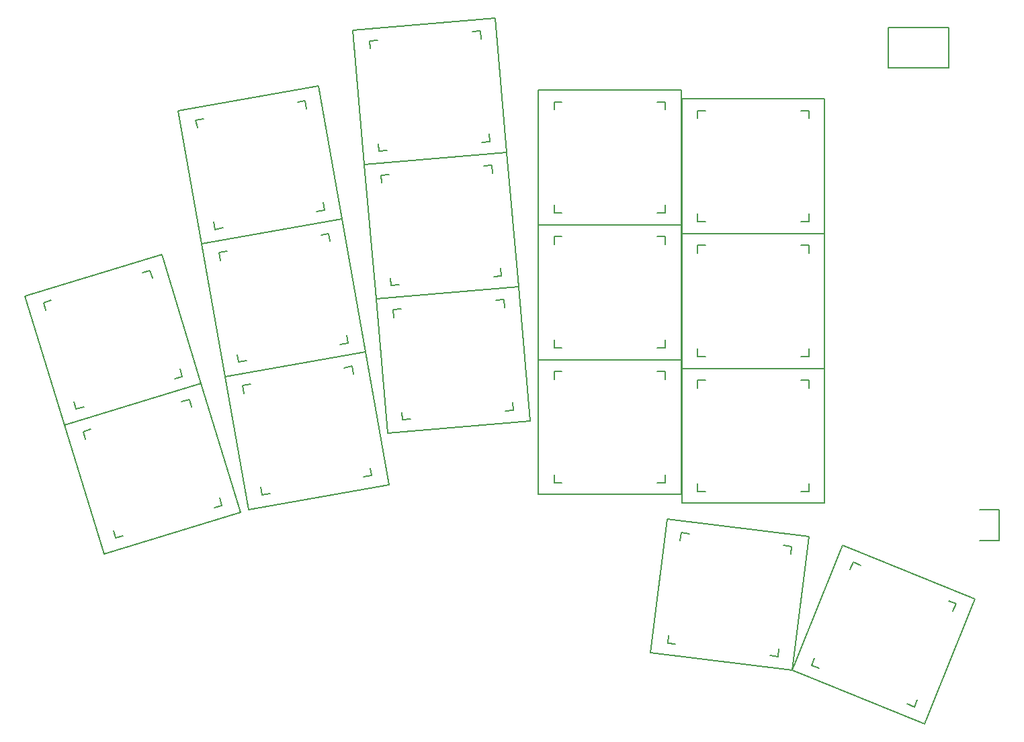
<source format=gbr>
%TF.GenerationSoftware,KiCad,Pcbnew,(6.0.4)*%
%TF.CreationDate,2022-07-31T17:14:54+02:00*%
%TF.ProjectId,konafa,6b6f6e61-6661-42e6-9b69-6361645f7063,v1.0.0*%
%TF.SameCoordinates,Original*%
%TF.FileFunction,OtherDrawing,Comment*%
%FSLAX46Y46*%
G04 Gerber Fmt 4.6, Leading zero omitted, Abs format (unit mm)*
G04 Created by KiCad (PCBNEW (6.0.4)) date 2022-07-31 17:14:54*
%MOMM*%
%LPD*%
G01*
G04 APERTURE LIST*
%ADD10C,0.150000*%
G04 APERTURE END LIST*
D10*
%TO.C,S11*%
X79322653Y100051758D02*
X79496302Y99066950D01*
X63999851Y94811367D02*
X61047831Y111553098D01*
X65708994Y96635875D02*
X66693801Y96809523D01*
X78511494Y98893302D02*
X79496302Y99066950D01*
X65708993Y96635875D02*
X66693801Y96809524D01*
X77065226Y112854258D02*
X76080419Y112680609D01*
X63999850Y94811368D02*
X61047831Y111553099D01*
X77065227Y112854259D02*
X76080419Y112680610D01*
X77065227Y112854259D02*
X77238875Y111869451D01*
X63451567Y109438375D02*
X63277919Y110423183D01*
X64262726Y110596832D02*
X63277918Y110423184D01*
X65708994Y96635875D02*
X65535345Y97620683D01*
X64262727Y110596830D02*
X63277919Y110423183D01*
X81726389Y97937035D02*
X63999850Y94811368D01*
X81726389Y97937035D02*
X63999851Y94811367D01*
X61047831Y111553099D02*
X78774370Y114678766D01*
X78774370Y114678766D02*
X81726389Y97937035D01*
X78774369Y114678766D02*
X81726389Y97937035D01*
X61047831Y111553098D02*
X78774369Y114678766D01*
X78511494Y98893302D02*
X79496302Y99066950D01*
X77065226Y112854258D02*
X77238875Y111869450D01*
X79322654Y100051757D02*
X79496302Y99066950D01*
X63451567Y109438376D02*
X63277918Y110423184D01*
X65708993Y96635875D02*
X65535345Y97620683D01*
%TO.C,S15*%
X101717940Y91747088D02*
X101805096Y90750894D01*
X85996716Y87862109D02*
X84515067Y104797419D01*
X100584916Y104697620D02*
X99588721Y104610464D01*
X86725346Y102481245D02*
X86638190Y103477440D01*
X102446570Y106366224D02*
X103928219Y89430914D01*
X100808901Y90663739D02*
X101805096Y90750894D01*
X102446571Y106366224D02*
X103928219Y89430914D01*
X87858371Y89530713D02*
X88854565Y89617869D01*
X100584915Y104697620D02*
X100672072Y103701424D01*
X87634385Y103564595D02*
X86638190Y103477440D01*
X87634385Y103564593D02*
X86638190Y103477439D01*
X87858370Y89530714D02*
X87771215Y90526909D01*
X86725346Y102481244D02*
X86638190Y103477439D01*
X87858370Y89530714D02*
X88854565Y89617870D01*
X101717940Y91747089D02*
X101805096Y90750894D01*
X84515067Y104797419D02*
X102446570Y106366224D01*
X103928219Y89430914D02*
X85996715Y87862110D01*
X87858371Y89530713D02*
X87771215Y90526909D01*
X100584916Y104697620D02*
X100672071Y103701425D01*
X100584915Y104697620D02*
X99588721Y104610463D01*
X100808901Y90663739D02*
X101805096Y90750894D01*
X103928219Y89430914D02*
X85996716Y87862109D01*
X84515067Y104797420D02*
X102446571Y106366224D01*
X85996715Y87862110D02*
X84515067Y104797420D01*
%TO.C,S21*%
X122424791Y82712253D02*
X122424791Y81712254D01*
X122424791Y95712254D02*
X122424791Y94712254D01*
X122424791Y82712254D02*
X122424791Y81712254D01*
X124424791Y80212254D02*
X106424792Y80212253D01*
X122424790Y95712254D02*
X122424791Y94712253D01*
X106424791Y97212253D02*
X124424790Y97212254D01*
X122424791Y95712254D02*
X121424791Y95712254D01*
X106424791Y97212254D02*
X124424791Y97212254D01*
X108424792Y81712253D02*
X109424791Y81712253D01*
X124424791Y97212254D02*
X124424791Y80212254D01*
X124424790Y97212254D02*
X124424791Y80212254D01*
X108424791Y94712254D02*
X108424791Y95712254D01*
X106424792Y80212253D02*
X106424791Y97212253D01*
X108424791Y81712254D02*
X109424791Y81712254D01*
X108424791Y94712253D02*
X108424791Y95712253D01*
X109424791Y95712254D02*
X108424791Y95712254D01*
X108424792Y81712253D02*
X108424791Y82712254D01*
X121424791Y81712254D02*
X122424791Y81712254D01*
X122424790Y95712254D02*
X121424791Y95712253D01*
X121424791Y81712254D02*
X122424791Y81712254D01*
X108424791Y81712254D02*
X108424791Y82712254D01*
X109424791Y95712252D02*
X108424791Y95712253D01*
X124424791Y80212254D02*
X106424791Y80212254D01*
X106424791Y80212254D02*
X106424791Y97212254D01*
%TO.C,T1*%
X164529791Y57402254D02*
X162029791Y57402254D01*
X162029791Y61302254D02*
X164529791Y61302254D01*
X164529791Y61302254D02*
X164529791Y57402254D01*
%TO.C,T2*%
X164529791Y57402254D02*
X162029791Y57402254D01*
X164529791Y61302254D02*
X164529791Y57402254D01*
X162029791Y61302254D02*
X164529791Y61302254D01*
%TO.C,S29*%
X126505792Y80611490D02*
X127505791Y80611490D01*
X124505792Y79111490D02*
X124505791Y96111490D01*
X126505791Y93611490D02*
X126505791Y94611490D01*
X126505792Y80611490D02*
X126505791Y81611491D01*
X126505791Y93611491D02*
X126505791Y94611491D01*
X124505791Y96111490D02*
X142505790Y96111491D01*
X142505791Y96111491D02*
X142505791Y79111491D01*
X124505791Y96111491D02*
X142505791Y96111491D01*
X140505791Y94611491D02*
X140505791Y93611491D01*
X140505790Y94611491D02*
X139505791Y94611490D01*
X140505791Y81611490D02*
X140505791Y80611491D01*
X140505791Y94611491D02*
X139505791Y94611491D01*
X140505790Y94611491D02*
X140505791Y93611490D01*
X142505791Y79111491D02*
X124505791Y79111491D01*
X127505791Y94611491D02*
X126505791Y94611491D01*
X126505791Y80611491D02*
X126505791Y81611491D01*
X124505791Y79111491D02*
X124505791Y96111491D01*
X140505791Y81611491D02*
X140505791Y80611491D01*
X127505791Y94611489D02*
X126505791Y94611490D01*
X142505790Y96111491D02*
X142505791Y79111491D01*
X139505791Y80611491D02*
X140505791Y80611491D01*
X142505791Y79111491D02*
X124505792Y79111490D01*
X139505791Y80611491D02*
X140505791Y80611491D01*
X126505791Y80611491D02*
X127505791Y80611491D01*
%TO.C,S33*%
X161488125Y50062448D02*
X155119813Y34300323D01*
X144798815Y56805366D02*
X161488124Y50062449D01*
X138430504Y41043240D02*
X144798815Y56805366D01*
X144798815Y56805367D02*
X161488125Y50062448D01*
X140846781Y41684804D02*
X141221387Y42611988D01*
X147018457Y54290772D02*
X146091273Y54665378D01*
X152900171Y36814918D02*
X153827355Y36440312D01*
X145716667Y53738194D02*
X146091273Y54665378D01*
X159071847Y49420886D02*
X158697241Y48493702D01*
X140846781Y41684804D02*
X141773965Y41310198D01*
X159071846Y49420886D02*
X158144663Y49795491D01*
X161488124Y50062449D02*
X155119813Y34300323D01*
X140846781Y41684803D02*
X141221387Y42611988D01*
X154201961Y37367495D02*
X153827355Y36440312D01*
X154201961Y37367496D02*
X153827355Y36440312D01*
X159071846Y49420886D02*
X158697240Y48493701D01*
X159071847Y49420886D02*
X158144663Y49795492D01*
X140846781Y41684803D02*
X141773964Y41310197D01*
X152900171Y36814918D02*
X153827355Y36440312D01*
X138430503Y41043242D02*
X144798815Y56805367D01*
X155119813Y34300323D02*
X138430504Y41043240D01*
X145716666Y53738193D02*
X146091273Y54665377D01*
X155119813Y34300323D02*
X138430503Y41043242D01*
X147018456Y54290770D02*
X146091273Y54665377D01*
%TO.C,S7*%
X70166765Y77113366D02*
X69181957Y76939719D01*
X69355605Y75954912D02*
X69181956Y76939720D01*
X87630427Y64453571D02*
X69903888Y61327904D01*
X85226691Y66568294D02*
X85400340Y65583486D01*
X84678408Y81195302D02*
X87630427Y64453571D01*
X66951869Y78069634D02*
X84678407Y81195302D01*
X84415532Y65409838D02*
X85400340Y65583486D01*
X66951869Y78069635D02*
X84678408Y81195302D01*
X69903889Y61327903D02*
X66951869Y78069634D01*
X84678407Y81195302D02*
X87630427Y64453571D01*
X71613032Y63152411D02*
X72597839Y63326059D01*
X82969265Y79370795D02*
X81984457Y79197146D01*
X87630427Y64453571D02*
X69903889Y61327903D01*
X71613032Y63152411D02*
X71439383Y64137219D01*
X71613031Y63152411D02*
X71439383Y64137219D01*
X69355605Y75954911D02*
X69181957Y76939719D01*
X70166764Y77113368D02*
X69181956Y76939720D01*
X69903888Y61327904D02*
X66951869Y78069635D01*
X71613031Y63152411D02*
X72597839Y63326060D01*
X82969265Y79370795D02*
X83142913Y78385987D01*
X82969264Y79370794D02*
X81984457Y79197145D01*
X85226692Y66568293D02*
X85400340Y65583486D01*
X84415532Y65409838D02*
X85400340Y65583486D01*
X82969264Y79370794D02*
X83142913Y78385986D01*
%TO.C,S5*%
X44393896Y86421189D02*
X44101524Y87377493D01*
X61290623Y79038735D02*
X61582994Y78082432D01*
X41750357Y88227207D02*
X58963841Y93489898D01*
X48194729Y73989227D02*
X47902356Y74945533D01*
X46720677Y71970027D02*
X41750357Y88227207D01*
X57489790Y91470698D02*
X56533486Y91178327D01*
X45057829Y87669864D02*
X44101524Y87377493D01*
X60626689Y77790060D02*
X61582994Y78082432D01*
X57489789Y91470698D02*
X57782162Y90514393D01*
X61290623Y79038736D02*
X61582994Y78082432D01*
X41750357Y88227208D02*
X58963842Y93489899D01*
X58963841Y93489898D02*
X63934161Y77232718D01*
X48194729Y73989227D02*
X49151033Y74281599D01*
X57489789Y91470698D02*
X56533486Y91178326D01*
X57489790Y91470698D02*
X57782162Y90514393D01*
X45057829Y87669866D02*
X44101524Y87377494D01*
X46720676Y71970027D02*
X41750357Y88227208D01*
X44393895Y86421190D02*
X44101524Y87377494D01*
X58963842Y93489899D02*
X63934161Y77232718D01*
X48194728Y73989228D02*
X47902356Y74945533D01*
X63934161Y77232718D02*
X46720676Y71970027D01*
X63934161Y77232718D02*
X46720677Y71970027D01*
X60626689Y77790060D02*
X61582994Y78082432D01*
X48194728Y73989228D02*
X49151032Y74281599D01*
%TO.C,S27*%
X140505790Y77611491D02*
X140505791Y76611490D01*
X124505792Y62111490D02*
X124505791Y79111490D01*
X126505791Y76611491D02*
X126505791Y77611491D01*
X126505791Y76611490D02*
X126505791Y77611490D01*
X142505791Y79111491D02*
X142505791Y62111491D01*
X126505792Y63611490D02*
X126505791Y64611491D01*
X126505792Y63611490D02*
X127505791Y63611490D01*
X140505791Y64611490D02*
X140505791Y63611491D01*
X142505791Y62111491D02*
X124505791Y62111491D01*
X127505791Y77611491D02*
X126505791Y77611491D01*
X140505791Y77611491D02*
X139505791Y77611491D01*
X142505791Y62111491D02*
X124505792Y62111490D01*
X140505790Y77611491D02*
X139505791Y77611490D01*
X140505791Y64611491D02*
X140505791Y63611491D01*
X142505790Y79111491D02*
X142505791Y62111491D01*
X139505791Y63611491D02*
X140505791Y63611491D01*
X124505791Y62111491D02*
X124505791Y79111491D01*
X124505791Y79111491D02*
X142505791Y79111491D01*
X139505791Y63611491D02*
X140505791Y63611491D01*
X127505791Y77611489D02*
X126505791Y77611490D01*
X124505791Y79111490D02*
X142505790Y79111491D01*
X140505791Y77611491D02*
X140505791Y76611491D01*
X126505791Y63611491D02*
X127505791Y63611491D01*
X126505791Y63611491D02*
X126505791Y64611491D01*
%TO.C,S9*%
X81463513Y82151570D02*
X82448321Y82325218D01*
X80017245Y96112526D02*
X80190894Y95127718D01*
X63999850Y94811366D02*
X81726388Y97937034D01*
X82274673Y83310025D02*
X82448321Y82325218D01*
X67214745Y93855100D02*
X66229937Y93681452D01*
X68661013Y79894143D02*
X68487364Y80878951D01*
X68661012Y79894143D02*
X68487364Y80878951D01*
X66951870Y78069635D02*
X63999850Y94811366D01*
X67214746Y93855098D02*
X66229938Y93681451D01*
X84678408Y81195303D02*
X66951869Y78069636D01*
X80017246Y96112527D02*
X80190894Y95127719D01*
X68661012Y79894143D02*
X69645820Y80067792D01*
X82274672Y83310026D02*
X82448321Y82325218D01*
X66403586Y92696643D02*
X66229938Y93681451D01*
X81726388Y97937034D02*
X84678408Y81195303D01*
X81463513Y82151570D02*
X82448321Y82325218D01*
X66951869Y78069636D02*
X63999850Y94811367D01*
X66403586Y92696644D02*
X66229937Y93681452D01*
X68661013Y79894143D02*
X69645820Y80067791D01*
X63999850Y94811367D02*
X81726389Y97937034D01*
X84678408Y81195303D02*
X66951870Y78069635D01*
X80017246Y96112527D02*
X79032438Y95938878D01*
X81726389Y97937034D02*
X84678408Y81195303D01*
X80017245Y96112526D02*
X79032438Y95938877D01*
%TO.C,S13*%
X89340019Y72595403D02*
X89252863Y73591599D01*
X85996715Y87862109D02*
X103928218Y89430914D01*
X103199588Y74811778D02*
X103286744Y73815584D01*
X87478364Y70926799D02*
X85996715Y87862109D01*
X89116033Y86629285D02*
X88119838Y86542130D01*
X102066563Y87762310D02*
X101070369Y87675153D01*
X102066564Y87762310D02*
X102153719Y86766115D01*
X88206994Y85545934D02*
X88119838Y86542129D01*
X89340018Y72595404D02*
X89252863Y73591599D01*
X89340018Y72595404D02*
X90336213Y72682560D01*
X102290549Y73728429D02*
X103286744Y73815584D01*
X89116033Y86629283D02*
X88119838Y86542129D01*
X102290549Y73728429D02*
X103286744Y73815584D01*
X87478363Y70926800D02*
X85996715Y87862110D01*
X89340019Y72595403D02*
X90336213Y72682559D01*
X103928218Y89430914D02*
X105409867Y72495604D01*
X105409867Y72495604D02*
X87478363Y70926800D01*
X103928219Y89430914D02*
X105409867Y72495604D01*
X105409867Y72495604D02*
X87478364Y70926799D01*
X102066564Y87762310D02*
X101070369Y87675154D01*
X88206994Y85545935D02*
X88119838Y86542130D01*
X102066563Y87762310D02*
X102153720Y86766114D01*
X85996715Y87862110D02*
X103928219Y89430914D01*
X103199588Y74811779D02*
X103286744Y73815584D01*
%TO.C,S23*%
X140513229Y111608987D02*
X139513229Y111608987D01*
X126513229Y97608987D02*
X127513229Y97608987D01*
X124513229Y113108987D02*
X142513229Y113108987D01*
X139513229Y97608987D02*
X140513229Y97608987D01*
X124513229Y96108987D02*
X124513229Y113108987D01*
X140513229Y98608986D02*
X140513229Y97608987D01*
X142513229Y96108987D02*
X124513230Y96108986D01*
X127513229Y111608987D02*
X126513229Y111608987D01*
X126513229Y110608986D02*
X126513229Y111608986D01*
X140513228Y111608987D02*
X140513229Y110608986D01*
X142513228Y113108987D02*
X142513229Y96108987D01*
X124513230Y96108986D02*
X124513229Y113108986D01*
X140513229Y98608987D02*
X140513229Y97608987D01*
X139513229Y97608987D02*
X140513229Y97608987D01*
X127513229Y111608985D02*
X126513229Y111608986D01*
X140513228Y111608987D02*
X139513229Y111608986D01*
X126513229Y110608987D02*
X126513229Y111608987D01*
X126513229Y97608987D02*
X126513229Y98608987D01*
X142513229Y113108987D02*
X142513229Y96108987D01*
X126513230Y97608986D02*
X127513229Y97608986D01*
X142513229Y96108987D02*
X124513229Y96108987D01*
X126513230Y97608986D02*
X126513229Y98608987D01*
X124513229Y113108986D02*
X142513228Y113108987D01*
X140513229Y111608987D02*
X140513229Y110608987D01*
%TO.C,S17*%
X102446572Y106366224D02*
X84515069Y104797419D01*
X99327254Y107599049D02*
X100323449Y107686204D01*
X100964923Y123301534D02*
X102446572Y106366224D01*
X102446572Y106366224D02*
X84515068Y104797420D01*
X86376723Y106466024D02*
X87372918Y106553180D01*
X99103269Y121632930D02*
X99190424Y120636735D01*
X100236293Y108682399D02*
X100323449Y107686204D01*
X99103268Y121632930D02*
X99190425Y120636734D01*
X100964924Y123301534D02*
X102446572Y106366224D01*
X86376724Y106466023D02*
X86289568Y107462219D01*
X83033420Y121732729D02*
X100964923Y123301534D01*
X100236293Y108682398D02*
X100323449Y107686204D01*
X84515069Y104797419D02*
X83033420Y121732729D01*
X99103269Y121632930D02*
X98107074Y121545774D01*
X99327254Y107599049D02*
X100323449Y107686204D01*
X85243699Y119416554D02*
X85156543Y120412749D01*
X86152738Y120499905D02*
X85156543Y120412750D01*
X86152738Y120499903D02*
X85156543Y120412749D01*
X86376724Y106466023D02*
X87372918Y106553179D01*
X99103268Y121632930D02*
X98107074Y121545773D01*
X83033420Y121732730D02*
X100964924Y123301534D01*
X85243699Y119416555D02*
X85156543Y120412750D01*
X86376723Y106466024D02*
X86289568Y107462219D01*
X84515068Y104797420D02*
X83033420Y121732730D01*
%TO.C,S31*%
X122732569Y44481970D02*
X122854438Y45474517D01*
X138334385Y56671447D02*
X137341839Y56793316D01*
X125431285Y58255746D02*
X124438739Y58377616D01*
X120564672Y43236891D02*
X122636451Y60110175D01*
X120564673Y43236890D02*
X122636451Y60110174D01*
X124316870Y57385071D02*
X124438739Y58377617D01*
X138334384Y56671447D02*
X137341839Y56793315D01*
X122636451Y60110174D02*
X140502281Y57916527D01*
X122636451Y60110175D02*
X140502282Y57916527D01*
X135635669Y42897670D02*
X136628215Y42775801D01*
X122732569Y44481971D02*
X122854438Y45474517D01*
X136750084Y43768346D02*
X136628215Y42775801D01*
X138334384Y56671447D02*
X138212516Y55678900D01*
X122732569Y44481971D02*
X123725115Y44360102D01*
X135635669Y42897670D02*
X136628215Y42775801D01*
X136750084Y43768347D02*
X136628215Y42775801D01*
X125431285Y58255748D02*
X124438739Y58377617D01*
X140502281Y57916527D02*
X138430503Y41043243D01*
X124316870Y57385070D02*
X124438739Y58377616D01*
X138334385Y56671447D02*
X138212516Y55678901D01*
X138430503Y41043243D02*
X120564673Y43236890D01*
X140502282Y57916527D02*
X138430503Y41043243D01*
X122732569Y44481970D02*
X123725115Y44360101D01*
X138430503Y41043243D02*
X120564672Y43236891D01*
%TO.C,MCU1*%
X150547213Y116993254D02*
X150547213Y122073254D01*
X150508690Y116993254D02*
X150508690Y122073254D01*
X158128690Y116993254D02*
X150508690Y116993254D01*
X150547213Y122073254D02*
X158167213Y122073254D01*
X158167213Y122073254D02*
X158167213Y116993254D01*
X158167213Y116993254D02*
X150547213Y116993254D01*
X158128690Y122073254D02*
X158128690Y116993254D01*
%TO.C,S3*%
X63934161Y77232718D02*
X68904480Y60975537D01*
X51690995Y55712846D02*
X46720676Y71970027D01*
X51690996Y55712846D02*
X46720676Y71970026D01*
X49364215Y70164008D02*
X49071843Y71120312D01*
X50028148Y71412685D02*
X49071843Y71120313D01*
X62460108Y75213517D02*
X61503805Y74921145D01*
X65597008Y61532879D02*
X66553313Y61825251D01*
X53165047Y57732047D02*
X54121351Y58024418D01*
X62460109Y75213517D02*
X61503805Y74921146D01*
X65597008Y61532879D02*
X66553313Y61825251D01*
X50028148Y71412683D02*
X49071843Y71120312D01*
X68904480Y60975537D02*
X51690996Y55712846D01*
X62460109Y75213517D02*
X62752481Y74257212D01*
X46720676Y71970027D02*
X63934161Y77232718D01*
X62460108Y75213517D02*
X62752481Y74257212D01*
X49364214Y70164009D02*
X49071843Y71120313D01*
X66260942Y62781554D02*
X66553313Y61825251D01*
X53165048Y57732046D02*
X54121352Y58024418D01*
X63934160Y77232717D02*
X68904480Y60975537D01*
X46720676Y71970026D02*
X63934160Y77232717D01*
X53165048Y57732046D02*
X52872675Y58688352D01*
X68904480Y60975537D02*
X51690995Y55712846D01*
X53165047Y57732047D02*
X52872675Y58688352D01*
X66260942Y62781555D02*
X66553313Y61825251D01*
%TO.C,S23*%
X108424791Y111712254D02*
X108424791Y112712254D01*
X124424791Y114212254D02*
X124424791Y97212254D01*
X106424791Y114212253D02*
X124424790Y114212254D01*
X108424792Y98712253D02*
X108424791Y99712254D01*
X122424791Y112712254D02*
X122424791Y111712254D01*
X108424792Y98712253D02*
X109424791Y98712253D01*
X122424791Y99712253D02*
X122424791Y98712254D01*
X106424791Y114212254D02*
X124424791Y114212254D01*
X109424791Y112712252D02*
X108424791Y112712253D01*
X109424791Y112712254D02*
X108424791Y112712254D01*
X108424791Y98712254D02*
X109424791Y98712254D01*
X122424790Y112712254D02*
X121424791Y112712253D01*
X106424792Y97212253D02*
X106424791Y114212253D01*
X122424791Y112712254D02*
X121424791Y112712254D01*
X122424790Y112712254D02*
X122424791Y111712253D01*
X108424791Y98712254D02*
X108424791Y99712254D01*
X122424791Y99712254D02*
X122424791Y98712254D01*
X124424791Y97212254D02*
X106424791Y97212254D01*
X121424791Y98712254D02*
X122424791Y98712254D01*
X124424791Y97212254D02*
X106424792Y97212253D01*
X108424791Y111712253D02*
X108424791Y112712253D01*
X124424790Y114212254D02*
X124424791Y97212254D01*
X121424791Y98712254D02*
X122424791Y98712254D01*
X106424791Y97212254D02*
X106424791Y114212254D01*
%TO.C,S19*%
X108424791Y64712254D02*
X109424791Y64712254D01*
X108424791Y77712254D02*
X108424791Y78712254D01*
X124424790Y80212254D02*
X124424791Y63212254D01*
X106424792Y63212253D02*
X106424791Y80212253D01*
X109424791Y78712252D02*
X108424791Y78712253D01*
X124424791Y63212254D02*
X106424792Y63212253D01*
X121424791Y64712254D02*
X122424791Y64712254D01*
X106424791Y80212254D02*
X124424791Y80212254D01*
X106424791Y80212253D02*
X124424790Y80212254D01*
X122424791Y78712254D02*
X122424791Y77712254D01*
X108424791Y77712253D02*
X108424791Y78712253D01*
X124424791Y80212254D02*
X124424791Y63212254D01*
X122424790Y78712254D02*
X121424791Y78712253D01*
X108424792Y64712253D02*
X108424791Y65712254D01*
X121424791Y64712254D02*
X122424791Y64712254D01*
X122424791Y78712254D02*
X121424791Y78712254D01*
X124424791Y63212254D02*
X106424791Y63212254D01*
X108424792Y64712253D02*
X109424791Y64712253D01*
X106424791Y63212254D02*
X106424791Y80212254D01*
X122424790Y78712254D02*
X122424791Y77712253D01*
X108424791Y64712254D02*
X108424791Y65712254D01*
X122424791Y65712254D02*
X122424791Y64712254D01*
X122424791Y65712253D02*
X122424791Y64712254D01*
X109424791Y78712254D02*
X108424791Y78712254D01*
%TD*%
M02*

</source>
